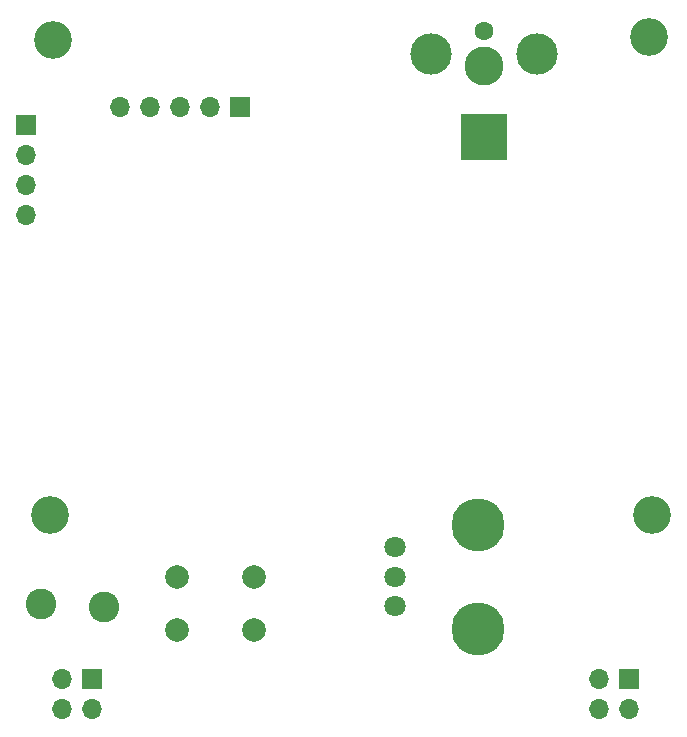
<source format=gbr>
%TF.GenerationSoftware,KiCad,Pcbnew,7.0.1*%
%TF.CreationDate,2023-09-23T10:11:31-05:00*%
%TF.ProjectId,Power_Supply,506f7765-725f-4537-9570-706c792e6b69,1*%
%TF.SameCoordinates,Original*%
%TF.FileFunction,Soldermask,Bot*%
%TF.FilePolarity,Negative*%
%FSLAX46Y46*%
G04 Gerber Fmt 4.6, Leading zero omitted, Abs format (unit mm)*
G04 Created by KiCad (PCBNEW 7.0.1) date 2023-09-23 10:11:31*
%MOMM*%
%LPD*%
G01*
G04 APERTURE LIST*
%ADD10C,3.200000*%
%ADD11C,1.800000*%
%ADD12C,4.500000*%
%ADD13R,1.700000X1.700000*%
%ADD14O,1.700000X1.700000*%
%ADD15C,1.600000*%
%ADD16R,4.000000X4.000000*%
%ADD17C,3.300000*%
%ADD18C,3.500000*%
%ADD19C,2.600000*%
%ADD20C,2.000000*%
G04 APERTURE END LIST*
D10*
%TO.C,H3*%
X111750000Y-92250000D03*
%TD*%
D11*
%TO.C,VR1*%
X140970000Y-94996000D03*
X140970000Y-97496000D03*
X140970000Y-99996000D03*
D12*
X147970000Y-93096000D03*
X147970000Y-101896000D03*
%TD*%
D10*
%TO.C,H1*%
X112000000Y-52000000D03*
%TD*%
D13*
%TO.C,+*%
X115321000Y-106167000D03*
D14*
X115321000Y-108707000D03*
X112781000Y-106167000D03*
X112781000Y-108707000D03*
%TD*%
D15*
%TO.C,J1*%
X148500000Y-51250000D03*
D16*
X148500000Y-60250000D03*
D17*
X148500000Y-54250000D03*
D18*
X153000000Y-53250000D03*
X144000000Y-53250000D03*
%TD*%
D10*
%TO.C,H4*%
X162750000Y-92250000D03*
%TD*%
D13*
%TO.C,J3*%
X109750000Y-59250000D03*
D14*
X109750000Y-61790000D03*
X109750000Y-64330000D03*
X109750000Y-66870000D03*
%TD*%
D19*
%TO.C,+*%
X116332000Y-100000000D03*
%TD*%
D20*
%TO.C,RST*%
X129000000Y-102000000D03*
X122500000Y-102000000D03*
X129000000Y-97500000D03*
X122500000Y-97500000D03*
%TD*%
D19*
%TO.C,-*%
X110998000Y-99822000D03*
%TD*%
D13*
%TO.C,J4*%
X127870000Y-57750000D03*
D14*
X125330000Y-57750000D03*
X122790000Y-57750000D03*
X120250000Y-57750000D03*
X117710000Y-57750000D03*
%TD*%
D13*
%TO.C,J5*%
X160782000Y-106172000D03*
D14*
X160782000Y-108712000D03*
X158242000Y-106172000D03*
X158242000Y-108712000D03*
%TD*%
D10*
%TO.C,H2*%
X162500000Y-51750000D03*
%TD*%
M02*

</source>
